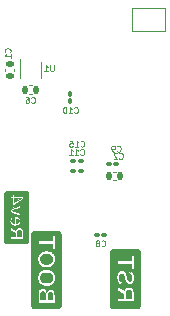
<source format=gbo>
G04 #@! TF.GenerationSoftware,KiCad,Pcbnew,(6.0.5-0)*
G04 #@! TF.CreationDate,2022-11-02T01:33:32-04:00*
G04 #@! TF.ProjectId,rp_ducky,72705f64-7563-46b7-992e-6b696361645f,rev?*
G04 #@! TF.SameCoordinates,Original*
G04 #@! TF.FileFunction,Legend,Bot*
G04 #@! TF.FilePolarity,Positive*
%FSLAX46Y46*%
G04 Gerber Fmt 4.6, Leading zero omitted, Abs format (unit mm)*
G04 Created by KiCad (PCBNEW (6.0.5-0)) date 2022-11-02 01:33:32*
%MOMM*%
%LPD*%
G01*
G04 APERTURE LIST*
G04 Aperture macros list*
%AMRoundRect*
0 Rectangle with rounded corners*
0 $1 Rounding radius*
0 $2 $3 $4 $5 $6 $7 $8 $9 X,Y pos of 4 corners*
0 Add a 4 corners polygon primitive as box body*
4,1,4,$2,$3,$4,$5,$6,$7,$8,$9,$2,$3,0*
0 Add four circle primitives for the rounded corners*
1,1,$1+$1,$2,$3*
1,1,$1+$1,$4,$5*
1,1,$1+$1,$6,$7*
1,1,$1+$1,$8,$9*
0 Add four rect primitives between the rounded corners*
20,1,$1+$1,$2,$3,$4,$5,0*
20,1,$1+$1,$4,$5,$6,$7,0*
20,1,$1+$1,$6,$7,$8,$9,0*
20,1,$1+$1,$8,$9,$2,$3,0*%
%AMFreePoly0*
4,1,6,1.000000,0.000000,0.500000,-0.750000,-0.500000,-0.750000,-0.500000,0.750000,0.500000,0.750000,1.000000,0.000000,1.000000,0.000000,$1*%
%AMFreePoly1*
4,1,6,0.500000,-0.750000,-0.650000,-0.750000,-0.150000,0.000000,-0.650000,0.750000,0.500000,0.750000,0.500000,-0.750000,0.500000,-0.750000,$1*%
G04 Aperture macros list end*
%ADD10C,0.010000*%
%ADD11C,0.008000*%
%ADD12C,0.100000*%
%ADD13C,0.120000*%
%ADD14C,0.711200*%
%ADD15C,2.600000*%
%ADD16RoundRect,0.140000X0.170000X-0.140000X0.170000X0.140000X-0.170000X0.140000X-0.170000X-0.140000X0*%
%ADD17RoundRect,0.100000X0.130000X0.100000X-0.130000X0.100000X-0.130000X-0.100000X0.130000X-0.100000X0*%
%ADD18RoundRect,0.140000X-0.140000X-0.170000X0.140000X-0.170000X0.140000X0.170000X-0.140000X0.170000X0*%
%ADD19FreePoly0,180.000000*%
%ADD20FreePoly1,180.000000*%
%ADD21RoundRect,0.100000X-0.130000X-0.100000X0.130000X-0.100000X0.130000X0.100000X-0.130000X0.100000X0*%
%ADD22R,0.300000X0.450000*%
%ADD23RoundRect,0.100000X0.100000X-0.130000X0.100000X0.130000X-0.100000X0.130000X-0.100000X-0.130000X0*%
%ADD24RoundRect,0.140000X0.140000X0.170000X-0.140000X0.170000X-0.140000X-0.170000X0.140000X-0.170000X0*%
G04 APERTURE END LIST*
D10*
G36*
X82627258Y-66661220D02*
G01*
X82589128Y-66652060D01*
X82552878Y-66637050D01*
X82519428Y-66616540D01*
X82489598Y-66591070D01*
X82464128Y-66561240D01*
X82443618Y-66527790D01*
X82428608Y-66491540D01*
X82419448Y-66453410D01*
X82416368Y-66414300D01*
X82416368Y-66213450D01*
X82966066Y-66213450D01*
X84399263Y-66213450D01*
X84399263Y-65557370D01*
X84396745Y-65473430D01*
X84389146Y-65396580D01*
X84376512Y-65326840D01*
X84358797Y-65264180D01*
X84336046Y-65208630D01*
X84308214Y-65160150D01*
X84275453Y-65118970D01*
X84237871Y-65085270D01*
X84195436Y-65059060D01*
X84148180Y-65040350D01*
X84096101Y-65029120D01*
X84039171Y-65025370D01*
X83999559Y-65027250D01*
X83962038Y-65032890D01*
X83926652Y-65042290D01*
X83893388Y-65055440D01*
X83862230Y-65072350D01*
X83833192Y-65093030D01*
X83806734Y-65117530D01*
X83783296Y-65145970D01*
X83762895Y-65178340D01*
X83745500Y-65214620D01*
X83731126Y-65254850D01*
X83719789Y-65298990D01*
X83711092Y-65243310D01*
X83698595Y-65192240D01*
X83689271Y-65165685D01*
X83682283Y-65145780D01*
X83662157Y-65103920D01*
X83638216Y-65066660D01*
X83610445Y-65034020D01*
X83579179Y-65006200D01*
X83544725Y-64983440D01*
X83507082Y-64965740D01*
X83466249Y-64953090D01*
X83422212Y-64945500D01*
X83374971Y-64942970D01*
X83312334Y-64947050D01*
X83254610Y-64959250D01*
X83201799Y-64979590D01*
X83153902Y-65008080D01*
X83110933Y-65044700D01*
X83072862Y-65089460D01*
X83040224Y-65141440D01*
X83013536Y-65199760D01*
X82992769Y-65264410D01*
X82977937Y-65335380D01*
X82969026Y-65412700D01*
X82966066Y-65496330D01*
X82966066Y-66213450D01*
X82416368Y-66213450D01*
X82416368Y-64076913D01*
X82945726Y-64076913D01*
X82951250Y-64185433D01*
X82967821Y-64285836D01*
X82995439Y-64378121D01*
X83034105Y-64462320D01*
X83083818Y-64538380D01*
X83144578Y-64606360D01*
X83214952Y-64664960D01*
X83293489Y-64712880D01*
X83380189Y-64750180D01*
X83475053Y-64776800D01*
X83578081Y-64792780D01*
X83689271Y-64798100D01*
X83800004Y-64792790D01*
X83902315Y-64776860D01*
X83996202Y-64750300D01*
X84081666Y-64713110D01*
X84158723Y-64665310D01*
X84227357Y-64606870D01*
X84286409Y-64538980D01*
X84334733Y-64462760D01*
X84372316Y-64378259D01*
X84399156Y-64285440D01*
X84415254Y-64184320D01*
X84420625Y-64074883D01*
X84415208Y-63965432D01*
X84398927Y-63864266D01*
X84371797Y-63771386D01*
X84333833Y-63686776D01*
X84285005Y-63610452D01*
X84225328Y-63542398D01*
X84156190Y-63483804D01*
X84078966Y-63435876D01*
X83993669Y-63398599D01*
X83900285Y-63371972D01*
X83798814Y-63355996D01*
X83689271Y-63350671D01*
X83616197Y-63353128D01*
X83546083Y-63360498D01*
X83478975Y-63372796D01*
X83414873Y-63389993D01*
X83353746Y-63412118D01*
X83295625Y-63439157D01*
X83241228Y-63470758D01*
X83191255Y-63506616D01*
X83145723Y-63546716D01*
X83104631Y-63591043D01*
X83067964Y-63639611D01*
X83035738Y-63692422D01*
X83008241Y-63748879D01*
X82985734Y-63808373D01*
X82968233Y-63870935D01*
X82955720Y-63936547D01*
X82948228Y-64005212D01*
X82945726Y-64076913D01*
X82416368Y-64076913D01*
X82416368Y-62494439D01*
X82945726Y-62494439D01*
X82951250Y-62602944D01*
X82967821Y-62703347D01*
X82995439Y-62795648D01*
X83034105Y-62879830D01*
X83083818Y-62955911D01*
X83144578Y-63023873D01*
X83214952Y-63082467D01*
X83293489Y-63130395D01*
X83380189Y-63167687D01*
X83475053Y-63194314D01*
X83578081Y-63210290D01*
X83689271Y-63215615D01*
X83800004Y-63210305D01*
X83902315Y-63194375D01*
X83996202Y-63167810D01*
X84081666Y-63130624D01*
X84158723Y-63082818D01*
X84227357Y-63024392D01*
X84286409Y-62956491D01*
X84334733Y-62880288D01*
X84372316Y-62795770D01*
X84399156Y-62702951D01*
X84415254Y-62601831D01*
X84420625Y-62492394D01*
X84415208Y-62382940D01*
X84398927Y-62281780D01*
X84371797Y-62188900D01*
X84333833Y-62104290D01*
X84285005Y-62027960D01*
X84225328Y-61959910D01*
X84167360Y-61910777D01*
X84156190Y-61901310D01*
X84078966Y-61853390D01*
X83993669Y-61816090D01*
X83900285Y-61789470D01*
X83798814Y-61773490D01*
X83689271Y-61768170D01*
X83616197Y-61770620D01*
X83546083Y-61777990D01*
X83478975Y-61790290D01*
X83414873Y-61807500D01*
X83353746Y-61829630D01*
X83295625Y-61856670D01*
X83241228Y-61888280D01*
X83191255Y-61924130D01*
X83145723Y-61964230D01*
X83104631Y-62008550D01*
X83067964Y-62057140D01*
X83035738Y-62109930D01*
X83008241Y-62166390D01*
X82985734Y-62225900D01*
X82968233Y-62288450D01*
X82955720Y-62354060D01*
X82948228Y-62422723D01*
X82945726Y-62494439D01*
X82416368Y-62494439D01*
X82416368Y-61232350D01*
X82966066Y-61232350D01*
X84167360Y-61232350D01*
X84167360Y-61695150D01*
X84399263Y-61695150D01*
X84399263Y-60468440D01*
X84167360Y-60468440D01*
X84167360Y-60932270D01*
X82966066Y-60932270D01*
X82966066Y-61232350D01*
X82416368Y-61232350D01*
X82416368Y-60414300D01*
X82419448Y-60375190D01*
X82428608Y-60337060D01*
X82443618Y-60300810D01*
X82464128Y-60267360D01*
X82489598Y-60237530D01*
X82519428Y-60212060D01*
X82552878Y-60191550D01*
X82589128Y-60176540D01*
X82627258Y-60167380D01*
X82666368Y-60164300D01*
X84666368Y-60164300D01*
X84705478Y-60167380D01*
X84743608Y-60176540D01*
X84779858Y-60191550D01*
X84813308Y-60212060D01*
X84843138Y-60237530D01*
X84868608Y-60267360D01*
X84889118Y-60300810D01*
X84904128Y-60337060D01*
X84913288Y-60375190D01*
X84916368Y-60414300D01*
X84916368Y-66414300D01*
X84913288Y-66453410D01*
X84904128Y-66491540D01*
X84889118Y-66527790D01*
X84868608Y-66561240D01*
X84843138Y-66591070D01*
X84813308Y-66616540D01*
X84779858Y-66637050D01*
X84743608Y-66652060D01*
X84705478Y-66661220D01*
X84666368Y-66664300D01*
X82666368Y-66664300D01*
X82627258Y-66661220D01*
G37*
X82627258Y-66661220D02*
X82589128Y-66652060D01*
X82552878Y-66637050D01*
X82519428Y-66616540D01*
X82489598Y-66591070D01*
X82464128Y-66561240D01*
X82443618Y-66527790D01*
X82428608Y-66491540D01*
X82419448Y-66453410D01*
X82416368Y-66414300D01*
X82416368Y-66213450D01*
X82966066Y-66213450D01*
X84399263Y-66213450D01*
X84399263Y-65557370D01*
X84396745Y-65473430D01*
X84389146Y-65396580D01*
X84376512Y-65326840D01*
X84358797Y-65264180D01*
X84336046Y-65208630D01*
X84308214Y-65160150D01*
X84275453Y-65118970D01*
X84237871Y-65085270D01*
X84195436Y-65059060D01*
X84148180Y-65040350D01*
X84096101Y-65029120D01*
X84039171Y-65025370D01*
X83999559Y-65027250D01*
X83962038Y-65032890D01*
X83926652Y-65042290D01*
X83893388Y-65055440D01*
X83862230Y-65072350D01*
X83833192Y-65093030D01*
X83806734Y-65117530D01*
X83783296Y-65145970D01*
X83762895Y-65178340D01*
X83745500Y-65214620D01*
X83731126Y-65254850D01*
X83719789Y-65298990D01*
X83711092Y-65243310D01*
X83698595Y-65192240D01*
X83689271Y-65165685D01*
X83682283Y-65145780D01*
X83662157Y-65103920D01*
X83638216Y-65066660D01*
X83610445Y-65034020D01*
X83579179Y-65006200D01*
X83544725Y-64983440D01*
X83507082Y-64965740D01*
X83466249Y-64953090D01*
X83422212Y-64945500D01*
X83374971Y-64942970D01*
X83312334Y-64947050D01*
X83254610Y-64959250D01*
X83201799Y-64979590D01*
X83153902Y-65008080D01*
X83110933Y-65044700D01*
X83072862Y-65089460D01*
X83040224Y-65141440D01*
X83013536Y-65199760D01*
X82992769Y-65264410D01*
X82977937Y-65335380D01*
X82969026Y-65412700D01*
X82966066Y-65496330D01*
X82966066Y-66213450D01*
X82416368Y-66213450D01*
X82416368Y-64076913D01*
X82945726Y-64076913D01*
X82951250Y-64185433D01*
X82967821Y-64285836D01*
X82995439Y-64378121D01*
X83034105Y-64462320D01*
X83083818Y-64538380D01*
X83144578Y-64606360D01*
X83214952Y-64664960D01*
X83293489Y-64712880D01*
X83380189Y-64750180D01*
X83475053Y-64776800D01*
X83578081Y-64792780D01*
X83689271Y-64798100D01*
X83800004Y-64792790D01*
X83902315Y-64776860D01*
X83996202Y-64750300D01*
X84081666Y-64713110D01*
X84158723Y-64665310D01*
X84227357Y-64606870D01*
X84286409Y-64538980D01*
X84334733Y-64462760D01*
X84372316Y-64378259D01*
X84399156Y-64285440D01*
X84415254Y-64184320D01*
X84420625Y-64074883D01*
X84415208Y-63965432D01*
X84398927Y-63864266D01*
X84371797Y-63771386D01*
X84333833Y-63686776D01*
X84285005Y-63610452D01*
X84225328Y-63542398D01*
X84156190Y-63483804D01*
X84078966Y-63435876D01*
X83993669Y-63398599D01*
X83900285Y-63371972D01*
X83798814Y-63355996D01*
X83689271Y-63350671D01*
X83616197Y-63353128D01*
X83546083Y-63360498D01*
X83478975Y-63372796D01*
X83414873Y-63389993D01*
X83353746Y-63412118D01*
X83295625Y-63439157D01*
X83241228Y-63470758D01*
X83191255Y-63506616D01*
X83145723Y-63546716D01*
X83104631Y-63591043D01*
X83067964Y-63639611D01*
X83035738Y-63692422D01*
X83008241Y-63748879D01*
X82985734Y-63808373D01*
X82968233Y-63870935D01*
X82955720Y-63936547D01*
X82948228Y-64005212D01*
X82945726Y-64076913D01*
X82416368Y-64076913D01*
X82416368Y-62494439D01*
X82945726Y-62494439D01*
X82951250Y-62602944D01*
X82967821Y-62703347D01*
X82995439Y-62795648D01*
X83034105Y-62879830D01*
X83083818Y-62955911D01*
X83144578Y-63023873D01*
X83214952Y-63082467D01*
X83293489Y-63130395D01*
X83380189Y-63167687D01*
X83475053Y-63194314D01*
X83578081Y-63210290D01*
X83689271Y-63215615D01*
X83800004Y-63210305D01*
X83902315Y-63194375D01*
X83996202Y-63167810D01*
X84081666Y-63130624D01*
X84158723Y-63082818D01*
X84227357Y-63024392D01*
X84286409Y-62956491D01*
X84334733Y-62880288D01*
X84372316Y-62795770D01*
X84399156Y-62702951D01*
X84415254Y-62601831D01*
X84420625Y-62492394D01*
X84415208Y-62382940D01*
X84398927Y-62281780D01*
X84371797Y-62188900D01*
X84333833Y-62104290D01*
X84285005Y-62027960D01*
X84225328Y-61959910D01*
X84167360Y-61910777D01*
X84156190Y-61901310D01*
X84078966Y-61853390D01*
X83993669Y-61816090D01*
X83900285Y-61789470D01*
X83798814Y-61773490D01*
X83689271Y-61768170D01*
X83616197Y-61770620D01*
X83546083Y-61777990D01*
X83478975Y-61790290D01*
X83414873Y-61807500D01*
X83353746Y-61829630D01*
X83295625Y-61856670D01*
X83241228Y-61888280D01*
X83191255Y-61924130D01*
X83145723Y-61964230D01*
X83104631Y-62008550D01*
X83067964Y-62057140D01*
X83035738Y-62109930D01*
X83008241Y-62166390D01*
X82985734Y-62225900D01*
X82968233Y-62288450D01*
X82955720Y-62354060D01*
X82948228Y-62422723D01*
X82945726Y-62494439D01*
X82416368Y-62494439D01*
X82416368Y-61232350D01*
X82966066Y-61232350D01*
X84167360Y-61232350D01*
X84167360Y-61695150D01*
X84399263Y-61695150D01*
X84399263Y-60468440D01*
X84167360Y-60468440D01*
X84167360Y-60932270D01*
X82966066Y-60932270D01*
X82966066Y-61232350D01*
X82416368Y-61232350D01*
X82416368Y-60414300D01*
X82419448Y-60375190D01*
X82428608Y-60337060D01*
X82443618Y-60300810D01*
X82464128Y-60267360D01*
X82489598Y-60237530D01*
X82519428Y-60212060D01*
X82552878Y-60191550D01*
X82589128Y-60176540D01*
X82627258Y-60167380D01*
X82666368Y-60164300D01*
X84666368Y-60164300D01*
X84705478Y-60167380D01*
X84743608Y-60176540D01*
X84779858Y-60191550D01*
X84813308Y-60212060D01*
X84843138Y-60237530D01*
X84868608Y-60267360D01*
X84889118Y-60300810D01*
X84904128Y-60337060D01*
X84913288Y-60375190D01*
X84916368Y-60414300D01*
X84916368Y-66414300D01*
X84913288Y-66453410D01*
X84904128Y-66491540D01*
X84889118Y-66527790D01*
X84868608Y-66561240D01*
X84843138Y-66591070D01*
X84813308Y-66616540D01*
X84779858Y-66637050D01*
X84743608Y-66652060D01*
X84705478Y-66661220D01*
X84666368Y-66664300D01*
X82666368Y-66664300D01*
X82627258Y-66661220D01*
D11*
G36*
X81171936Y-59094756D02*
G01*
X81203027Y-59100114D01*
X81231165Y-59107598D01*
X81256335Y-59117205D01*
X81278540Y-59128935D01*
X81297790Y-59142790D01*
X81314074Y-59158562D01*
X81327405Y-59176067D01*
X81337769Y-59195269D01*
X81345166Y-59216204D01*
X81349610Y-59238860D01*
X81351098Y-59263225D01*
X81349536Y-59289043D01*
X81344849Y-59312810D01*
X81337048Y-59334526D01*
X81326135Y-59354180D01*
X81312097Y-59371770D01*
X81294934Y-59387322D01*
X81274975Y-59400689D01*
X81252527Y-59411773D01*
X81227600Y-59420586D01*
X81200183Y-59427105D01*
X81170276Y-59431340D01*
X81137903Y-59433306D01*
X81137903Y-59091521D01*
X81171936Y-59094756D01*
G37*
X81171936Y-59094756D02*
X81203027Y-59100114D01*
X81231165Y-59107598D01*
X81256335Y-59117205D01*
X81278540Y-59128935D01*
X81297790Y-59142790D01*
X81314074Y-59158562D01*
X81327405Y-59176067D01*
X81337769Y-59195269D01*
X81345166Y-59216204D01*
X81349610Y-59238860D01*
X81351098Y-59263225D01*
X81349536Y-59289043D01*
X81344849Y-59312810D01*
X81337048Y-59334526D01*
X81326135Y-59354180D01*
X81312097Y-59371770D01*
X81294934Y-59387322D01*
X81274975Y-59400689D01*
X81252527Y-59411773D01*
X81227600Y-59420586D01*
X81200183Y-59427105D01*
X81170276Y-59431340D01*
X81137903Y-59433306D01*
X81137903Y-59091521D01*
X81171936Y-59094756D01*
D10*
G36*
X84029161Y-65329190D02*
G01*
X84056703Y-65334310D01*
X84081148Y-65342860D01*
X84102464Y-65354820D01*
X84120698Y-65370220D01*
X84135805Y-65389020D01*
X84148241Y-65411190D01*
X84158418Y-65436650D01*
X84166322Y-65465430D01*
X84171983Y-65497510D01*
X84175371Y-65532910D01*
X84176500Y-65571600D01*
X84176500Y-65913370D01*
X83821504Y-65913370D01*
X83821504Y-65569560D01*
X83822725Y-65529110D01*
X83826417Y-65492550D01*
X83832567Y-65459830D01*
X83841157Y-65431010D01*
X83852220Y-65406040D01*
X83865755Y-65384960D01*
X83881731Y-65367390D01*
X83900163Y-65353020D01*
X83921068Y-65341840D01*
X83944414Y-65333860D01*
X83970232Y-65329060D01*
X83998491Y-65327480D01*
X84029161Y-65329190D01*
G37*
X84029161Y-65329190D02*
X84056703Y-65334310D01*
X84081148Y-65342860D01*
X84102464Y-65354820D01*
X84120698Y-65370220D01*
X84135805Y-65389020D01*
X84148241Y-65411190D01*
X84158418Y-65436650D01*
X84166322Y-65465430D01*
X84171983Y-65497510D01*
X84175371Y-65532910D01*
X84176500Y-65571600D01*
X84176500Y-65913370D01*
X83821504Y-65913370D01*
X83821504Y-65569560D01*
X83822725Y-65529110D01*
X83826417Y-65492550D01*
X83832567Y-65459830D01*
X83841157Y-65431010D01*
X83852220Y-65406040D01*
X83865755Y-65384960D01*
X83881731Y-65367390D01*
X83900163Y-65353020D01*
X83921068Y-65341840D01*
X83944414Y-65333860D01*
X83970232Y-65329060D01*
X83998491Y-65327480D01*
X84029161Y-65329190D01*
G36*
X90716567Y-65143461D02*
G01*
X90768188Y-65165494D01*
X90808349Y-65202240D01*
X90837020Y-65253660D01*
X90854232Y-65319780D01*
X90859969Y-65400590D01*
X90859969Y-65785080D01*
X90436813Y-65785080D01*
X90436813Y-65392440D01*
X90438400Y-65352090D01*
X90443145Y-65315140D01*
X90451049Y-65281570D01*
X90462127Y-65251400D01*
X90476364Y-65224610D01*
X90493774Y-65201220D01*
X90514037Y-65181318D01*
X90536834Y-65165052D01*
X90562179Y-65152387D01*
X90590072Y-65143354D01*
X90620498Y-65137922D01*
X90653472Y-65136121D01*
X90716567Y-65143461D01*
G37*
X90716567Y-65143461D02*
X90768188Y-65165494D01*
X90808349Y-65202240D01*
X90837020Y-65253660D01*
X90854232Y-65319780D01*
X90859969Y-65400590D01*
X90859969Y-65785080D01*
X90436813Y-65785080D01*
X90436813Y-65392440D01*
X90438400Y-65352090D01*
X90443145Y-65315140D01*
X90451049Y-65281570D01*
X90462127Y-65251400D01*
X90476364Y-65224610D01*
X90493774Y-65201220D01*
X90514037Y-65181318D01*
X90536834Y-65165052D01*
X90562179Y-65152387D01*
X90590072Y-65143354D01*
X90620498Y-65137922D01*
X90653472Y-65136121D01*
X90716567Y-65143461D01*
D11*
G36*
X81443884Y-60050648D02*
G01*
X81485181Y-60068280D01*
X81517298Y-60097664D01*
X81540246Y-60138808D01*
X81554004Y-60191704D01*
X81558594Y-60256344D01*
X81558594Y-60563944D01*
X81220081Y-60563944D01*
X81220081Y-60249832D01*
X81221338Y-60217560D01*
X81225134Y-60187992D01*
X81231470Y-60161136D01*
X81240332Y-60136992D01*
X81251721Y-60115568D01*
X81265638Y-60096856D01*
X81281848Y-60080936D01*
X81300098Y-60067928D01*
X81320374Y-60057792D01*
X81342676Y-60050568D01*
X81367029Y-60046224D01*
X81393408Y-60044784D01*
X81443884Y-60050648D01*
G37*
X81443884Y-60050648D02*
X81485181Y-60068280D01*
X81517298Y-60097664D01*
X81540246Y-60138808D01*
X81554004Y-60191704D01*
X81558594Y-60256344D01*
X81558594Y-60563944D01*
X81220081Y-60563944D01*
X81220081Y-60249832D01*
X81221338Y-60217560D01*
X81225134Y-60187992D01*
X81231470Y-60161136D01*
X81240332Y-60136992D01*
X81251721Y-60115568D01*
X81265638Y-60096856D01*
X81281848Y-60080936D01*
X81300098Y-60067928D01*
X81320374Y-60057792D01*
X81342676Y-60050568D01*
X81367029Y-60046224D01*
X81393408Y-60044784D01*
X81443884Y-60050648D01*
G36*
X80318712Y-61167536D02*
G01*
X80288208Y-61160208D01*
X80259208Y-61148200D01*
X80232448Y-61131792D01*
X80208584Y-61111416D01*
X80188208Y-61087552D01*
X80171800Y-61060792D01*
X80159792Y-61031792D01*
X80152464Y-61001288D01*
X80150000Y-60970000D01*
X80150000Y-59746123D01*
X80598377Y-59746123D01*
X80598377Y-60016288D01*
X81033740Y-60282392D01*
X81033740Y-60563944D01*
X80598377Y-60563944D01*
X80598377Y-60804000D01*
X81744946Y-60804000D01*
X81744946Y-60231120D01*
X81742493Y-60165360D01*
X81735132Y-60104816D01*
X81722876Y-60049456D01*
X81705701Y-59999296D01*
X81683630Y-59954336D01*
X81656653Y-59914584D01*
X81625086Y-59880512D01*
X81589246Y-59852632D01*
X81549134Y-59830952D01*
X81504761Y-59815472D01*
X81456103Y-59806184D01*
X81403174Y-59803080D01*
X81363941Y-59804984D01*
X81326538Y-59810672D01*
X81290966Y-59820168D01*
X81257226Y-59833464D01*
X81225330Y-59850552D01*
X81195251Y-59871440D01*
X81167749Y-59895560D01*
X81143591Y-59922344D01*
X81122742Y-59951800D01*
X81105212Y-59983920D01*
X81091003Y-60018704D01*
X81080127Y-60056160D01*
X81042688Y-60032066D01*
X80598377Y-59746123D01*
X80150000Y-59746123D01*
X80150000Y-59263225D01*
X80582105Y-59263225D01*
X80585376Y-59326848D01*
X80595178Y-59385381D01*
X80611511Y-59438786D01*
X80634375Y-59487090D01*
X80663770Y-59530290D01*
X80699695Y-59568389D01*
X80741882Y-59600957D01*
X80790063Y-59627605D01*
X80844238Y-59648333D01*
X80904406Y-59663140D01*
X80970557Y-59672014D01*
X81042688Y-59674981D01*
X81112585Y-59671978D01*
X81176855Y-59662957D01*
X81235534Y-59647918D01*
X81288611Y-59626873D01*
X81336072Y-59599822D01*
X81377942Y-59566753D01*
X81413745Y-59528167D01*
X81443042Y-59484563D01*
X81465820Y-59435942D01*
X81482092Y-59382305D01*
X81491858Y-59323650D01*
X81495117Y-59259966D01*
X81491626Y-59199260D01*
X81481152Y-59143510D01*
X81478846Y-59136807D01*
X81463684Y-59092742D01*
X81439246Y-59046941D01*
X81407813Y-59006121D01*
X81369397Y-58970269D01*
X81324243Y-58939702D01*
X81272607Y-58914678D01*
X81214478Y-58895208D01*
X81149878Y-58881304D01*
X81078772Y-58872966D01*
X81001184Y-58870183D01*
X80994678Y-58870183D01*
X80994678Y-59434917D01*
X80953577Y-59433598D01*
X80915966Y-59429631D01*
X80881873Y-59423015D01*
X80851270Y-59413762D01*
X80824182Y-59401860D01*
X80800598Y-59387322D01*
X80780578Y-59370330D01*
X80764209Y-59351103D01*
X80751477Y-59329643D01*
X80742370Y-59305938D01*
X80736914Y-59279998D01*
X80735095Y-59251824D01*
X80738013Y-59213897D01*
X80746765Y-59180938D01*
X80761340Y-59152959D01*
X80781750Y-59129949D01*
X80807983Y-59111906D01*
X80840063Y-59098846D01*
X80821350Y-58883208D01*
X80748254Y-58919756D01*
X80688440Y-58967034D01*
X80641919Y-59024993D01*
X80608691Y-59093694D01*
X80588758Y-59173101D01*
X80582105Y-59263225D01*
X80150000Y-59263225D01*
X80150000Y-58513470D01*
X80598377Y-58513470D01*
X81478846Y-58828386D01*
X81478846Y-58586699D01*
X80986548Y-58432915D01*
X80969592Y-58427910D01*
X80945850Y-58421062D01*
X80915332Y-58412358D01*
X80878039Y-58401799D01*
X80833960Y-58389397D01*
X80783094Y-58375127D01*
X80795618Y-58371941D01*
X80810950Y-58367815D01*
X80829077Y-58362725D01*
X80850012Y-58356694D01*
X80873742Y-58349712D01*
X80900281Y-58341778D01*
X80939636Y-58329558D01*
X81001819Y-58309758D01*
X81086829Y-58282366D01*
X81194666Y-58247368D01*
X81325342Y-58204790D01*
X81478846Y-58154608D01*
X81478846Y-57915360D01*
X80831922Y-58153921D01*
X80598377Y-58240044D01*
X80598377Y-58513470D01*
X80150000Y-58513470D01*
X80150000Y-57382864D01*
X80598377Y-57382864D01*
X80831922Y-57382864D01*
X80831922Y-57904488D01*
X81003638Y-57904488D01*
X81744946Y-57420296D01*
X81744946Y-57164776D01*
X81002002Y-57164776D01*
X81002002Y-57011800D01*
X80831922Y-57011800D01*
X80831922Y-57164776D01*
X80598377Y-57164776D01*
X80598377Y-57382864D01*
X80150000Y-57382864D01*
X80150000Y-56970000D01*
X80152464Y-56938712D01*
X80159792Y-56908208D01*
X80171800Y-56879208D01*
X80188208Y-56852448D01*
X80208584Y-56828584D01*
X80232448Y-56808208D01*
X80259208Y-56791800D01*
X80288208Y-56779792D01*
X80318712Y-56772464D01*
X80350000Y-56770000D01*
X81950000Y-56770000D01*
X81981288Y-56772464D01*
X82011792Y-56779792D01*
X82040792Y-56791800D01*
X82067552Y-56808208D01*
X82091416Y-56828584D01*
X82111792Y-56852448D01*
X82128200Y-56879208D01*
X82140208Y-56908208D01*
X82147536Y-56938712D01*
X82150000Y-56970000D01*
X82150000Y-60970000D01*
X82147536Y-61001288D01*
X82140208Y-61031792D01*
X82128200Y-61060792D01*
X82111792Y-61087552D01*
X82091416Y-61111416D01*
X82067552Y-61131792D01*
X82040792Y-61148200D01*
X82011792Y-61160208D01*
X81981288Y-61167536D01*
X81950000Y-61170000D01*
X80350000Y-61170000D01*
X80318712Y-61167536D01*
G37*
X80318712Y-61167536D02*
X80288208Y-61160208D01*
X80259208Y-61148200D01*
X80232448Y-61131792D01*
X80208584Y-61111416D01*
X80188208Y-61087552D01*
X80171800Y-61060792D01*
X80159792Y-61031792D01*
X80152464Y-61001288D01*
X80150000Y-60970000D01*
X80150000Y-59746123D01*
X80598377Y-59746123D01*
X80598377Y-60016288D01*
X81033740Y-60282392D01*
X81033740Y-60563944D01*
X80598377Y-60563944D01*
X80598377Y-60804000D01*
X81744946Y-60804000D01*
X81744946Y-60231120D01*
X81742493Y-60165360D01*
X81735132Y-60104816D01*
X81722876Y-60049456D01*
X81705701Y-59999296D01*
X81683630Y-59954336D01*
X81656653Y-59914584D01*
X81625086Y-59880512D01*
X81589246Y-59852632D01*
X81549134Y-59830952D01*
X81504761Y-59815472D01*
X81456103Y-59806184D01*
X81403174Y-59803080D01*
X81363941Y-59804984D01*
X81326538Y-59810672D01*
X81290966Y-59820168D01*
X81257226Y-59833464D01*
X81225330Y-59850552D01*
X81195251Y-59871440D01*
X81167749Y-59895560D01*
X81143591Y-59922344D01*
X81122742Y-59951800D01*
X81105212Y-59983920D01*
X81091003Y-60018704D01*
X81080127Y-60056160D01*
X81042688Y-60032066D01*
X80598377Y-59746123D01*
X80150000Y-59746123D01*
X80150000Y-59263225D01*
X80582105Y-59263225D01*
X80585376Y-59326848D01*
X80595178Y-59385381D01*
X80611511Y-59438786D01*
X80634375Y-59487090D01*
X80663770Y-59530290D01*
X80699695Y-59568389D01*
X80741882Y-59600957D01*
X80790063Y-59627605D01*
X80844238Y-59648333D01*
X80904406Y-59663140D01*
X80970557Y-59672014D01*
X81042688Y-59674981D01*
X81112585Y-59671978D01*
X81176855Y-59662957D01*
X81235534Y-59647918D01*
X81288611Y-59626873D01*
X81336072Y-59599822D01*
X81377942Y-59566753D01*
X81413745Y-59528167D01*
X81443042Y-59484563D01*
X81465820Y-59435942D01*
X81482092Y-59382305D01*
X81491858Y-59323650D01*
X81495117Y-59259966D01*
X81491626Y-59199260D01*
X81481152Y-59143510D01*
X81478846Y-59136807D01*
X81463684Y-59092742D01*
X81439246Y-59046941D01*
X81407813Y-59006121D01*
X81369397Y-58970269D01*
X81324243Y-58939702D01*
X81272607Y-58914678D01*
X81214478Y-58895208D01*
X81149878Y-58881304D01*
X81078772Y-58872966D01*
X81001184Y-58870183D01*
X80994678Y-58870183D01*
X80994678Y-59434917D01*
X80953577Y-59433598D01*
X80915966Y-59429631D01*
X80881873Y-59423015D01*
X80851270Y-59413762D01*
X80824182Y-59401860D01*
X80800598Y-59387322D01*
X80780578Y-59370330D01*
X80764209Y-59351103D01*
X80751477Y-59329643D01*
X80742370Y-59305938D01*
X80736914Y-59279998D01*
X80735095Y-59251824D01*
X80738013Y-59213897D01*
X80746765Y-59180938D01*
X80761340Y-59152959D01*
X80781750Y-59129949D01*
X80807983Y-59111906D01*
X80840063Y-59098846D01*
X80821350Y-58883208D01*
X80748254Y-58919756D01*
X80688440Y-58967034D01*
X80641919Y-59024993D01*
X80608691Y-59093694D01*
X80588758Y-59173101D01*
X80582105Y-59263225D01*
X80150000Y-59263225D01*
X80150000Y-58513470D01*
X80598377Y-58513470D01*
X81478846Y-58828386D01*
X81478846Y-58586699D01*
X80986548Y-58432915D01*
X80969592Y-58427910D01*
X80945850Y-58421062D01*
X80915332Y-58412358D01*
X80878039Y-58401799D01*
X80833960Y-58389397D01*
X80783094Y-58375127D01*
X80795618Y-58371941D01*
X80810950Y-58367815D01*
X80829077Y-58362725D01*
X80850012Y-58356694D01*
X80873742Y-58349712D01*
X80900281Y-58341778D01*
X80939636Y-58329558D01*
X81001819Y-58309758D01*
X81086829Y-58282366D01*
X81194666Y-58247368D01*
X81325342Y-58204790D01*
X81478846Y-58154608D01*
X81478846Y-57915360D01*
X80831922Y-58153921D01*
X80598377Y-58240044D01*
X80598377Y-58513470D01*
X80150000Y-58513470D01*
X80150000Y-57382864D01*
X80598377Y-57382864D01*
X80831922Y-57382864D01*
X80831922Y-57904488D01*
X81003638Y-57904488D01*
X81744946Y-57420296D01*
X81744946Y-57164776D01*
X81002002Y-57164776D01*
X81002002Y-57011800D01*
X80831922Y-57011800D01*
X80831922Y-57164776D01*
X80598377Y-57164776D01*
X80598377Y-57382864D01*
X80150000Y-57382864D01*
X80150000Y-56970000D01*
X80152464Y-56938712D01*
X80159792Y-56908208D01*
X80171800Y-56879208D01*
X80188208Y-56852448D01*
X80208584Y-56828584D01*
X80232448Y-56808208D01*
X80259208Y-56791800D01*
X80288208Y-56779792D01*
X80318712Y-56772464D01*
X80350000Y-56770000D01*
X81950000Y-56770000D01*
X81981288Y-56772464D01*
X82011792Y-56779792D01*
X82040792Y-56791800D01*
X82067552Y-56808208D01*
X82091416Y-56828584D01*
X82111792Y-56852448D01*
X82128200Y-56879208D01*
X82140208Y-56908208D01*
X82147536Y-56938712D01*
X82150000Y-56970000D01*
X82150000Y-60970000D01*
X82147536Y-61001288D01*
X82140208Y-61031792D01*
X82128200Y-61060792D01*
X82111792Y-61087552D01*
X82091416Y-61111416D01*
X82067552Y-61131792D01*
X82040792Y-61148200D01*
X82011792Y-61160208D01*
X81981288Y-61167536D01*
X81950000Y-61170000D01*
X80350000Y-61170000D01*
X80318712Y-61167536D01*
D10*
G36*
X89320890Y-66686920D02*
G01*
X89282760Y-66677760D01*
X89246510Y-66662750D01*
X89213060Y-66642240D01*
X89183230Y-66616770D01*
X89157760Y-66586940D01*
X89137250Y-66553490D01*
X89122240Y-66517240D01*
X89113080Y-66479110D01*
X89110000Y-66440000D01*
X89110000Y-64762800D01*
X89659698Y-64762800D01*
X89659698Y-65100507D01*
X90203903Y-65433130D01*
X90203903Y-65785080D01*
X89659698Y-65785080D01*
X89659698Y-66085140D01*
X91092895Y-66085140D01*
X91092895Y-65369050D01*
X91089828Y-65286850D01*
X91080642Y-65211160D01*
X91065307Y-65141965D01*
X91043853Y-65079267D01*
X91016250Y-65023069D01*
X90982528Y-64973371D01*
X90943069Y-64930784D01*
X90898284Y-64895933D01*
X90848144Y-64868833D01*
X90792663Y-64849485D01*
X90731841Y-64837873D01*
X90665679Y-64833997D01*
X90616638Y-64836378D01*
X90569900Y-64843488D01*
X90525436Y-64855359D01*
X90483260Y-64871976D01*
X90443374Y-64893339D01*
X90405776Y-64919462D01*
X90371414Y-64949598D01*
X90341216Y-64983076D01*
X90315139Y-65019895D01*
X90293228Y-65060041D01*
X90275482Y-65103528D01*
X90261871Y-65150342D01*
X90033004Y-65003049D01*
X89659698Y-64762800D01*
X89110000Y-64762800D01*
X89110000Y-64061536D01*
X89639358Y-64061536D01*
X89642074Y-64150114D01*
X89650207Y-64232068D01*
X89663772Y-64307432D01*
X89682754Y-64376172D01*
X89707168Y-64438306D01*
X89736999Y-64493833D01*
X89772354Y-64542936D01*
X89813293Y-64585828D01*
X89859832Y-64622495D01*
X89911956Y-64652967D01*
X89969680Y-64677198D01*
X90033004Y-64695234D01*
X90080810Y-64405332D01*
X90044570Y-64393949D01*
X90011810Y-64379453D01*
X89982513Y-64361844D01*
X89956710Y-64341138D01*
X89934371Y-64317319D01*
X89915511Y-64290403D01*
X89899810Y-64260068D01*
X89886978Y-64226087D01*
X89876983Y-64188428D01*
X89869857Y-64147092D01*
X89865569Y-64102079D01*
X89864150Y-64053403D01*
X89869460Y-63957365D01*
X89885391Y-63878782D01*
X89911956Y-63817670D01*
X89949142Y-63774015D01*
X89996948Y-63747816D01*
X90055374Y-63739088D01*
X90075134Y-63740095D01*
X90093688Y-63743101D01*
X90111068Y-63748121D01*
X90127258Y-63755140D01*
X90142257Y-63764173D01*
X90156082Y-63775205D01*
X90168929Y-63788068D01*
X90181060Y-63802549D01*
X90192443Y-63818693D01*
X90203094Y-63836454D01*
X90213012Y-63855878D01*
X90222198Y-63876920D01*
X90231323Y-63902143D01*
X90241073Y-63934049D01*
X90251449Y-63972669D01*
X90262435Y-64017972D01*
X90274047Y-64069974D01*
X90286285Y-64128660D01*
X90298431Y-64179532D01*
X90309738Y-64224958D01*
X90320236Y-64264966D01*
X90329910Y-64299558D01*
X90338760Y-64328718D01*
X90346801Y-64352445D01*
X90354659Y-64373136D01*
X90362945Y-64393140D01*
X90371703Y-64412458D01*
X90380920Y-64431104D01*
X90390579Y-64449079D01*
X90400695Y-64466382D01*
X90411392Y-64482908D01*
X90422790Y-64498578D01*
X90434905Y-64513410D01*
X90447723Y-64527402D01*
X90461242Y-64540540D01*
X90475463Y-64552839D01*
X90490478Y-64564268D01*
X90506332Y-64574811D01*
X90523025Y-64584485D01*
X90540573Y-64593290D01*
X90558959Y-64601209D01*
X90578201Y-64608259D01*
X90598358Y-64614316D01*
X90619460Y-64619276D01*
X90641525Y-64623136D01*
X90664550Y-64625883D01*
X90688537Y-64627546D01*
X90713485Y-64628095D01*
X90775726Y-64624036D01*
X90832900Y-64611875D01*
X90885009Y-64591596D01*
X90932067Y-64563215D01*
X90974075Y-64526731D01*
X91011016Y-64482130D01*
X91042556Y-64429777D01*
X91068374Y-64370069D01*
X91088455Y-64302976D01*
X91102783Y-64228513D01*
X91111389Y-64146696D01*
X91114257Y-64057477D01*
X91111938Y-63972333D01*
X91104995Y-63894559D01*
X91093414Y-63824155D01*
X91077194Y-63761136D01*
X91056335Y-63705488D01*
X91030837Y-63657224D01*
X91000015Y-63615262D01*
X90963149Y-63578611D01*
X90920226Y-63547224D01*
X90871261Y-63521131D01*
X90860992Y-63517246D01*
X90816253Y-63500318D01*
X90755187Y-63484785D01*
X90715515Y-63775724D01*
X90745101Y-63784452D01*
X90772140Y-63795774D01*
X90796630Y-63809659D01*
X90818588Y-63826124D01*
X90837997Y-63845151D01*
X90854858Y-63866758D01*
X90869171Y-63891294D01*
X90880859Y-63919126D01*
X90889968Y-63950284D01*
X90896469Y-63984739D01*
X90900359Y-64022504D01*
X90901672Y-64063566D01*
X90896911Y-64146863D01*
X90882675Y-64214994D01*
X90858947Y-64268003D01*
X90825714Y-64305875D01*
X90783004Y-64328596D01*
X90730789Y-64336164D01*
X90712707Y-64335355D01*
X90695739Y-64332944D01*
X90679916Y-64328916D01*
X90665222Y-64323286D01*
X90651656Y-64316038D01*
X90639221Y-64307188D01*
X90627654Y-64296735D01*
X90616683Y-64284742D01*
X90606292Y-64271192D01*
X90596511Y-64256101D01*
X90587310Y-64239438D01*
X90578704Y-64221235D01*
X90570037Y-64198987D01*
X90560684Y-64170270D01*
X90550598Y-64135038D01*
X90539825Y-64093305D01*
X90528335Y-64045072D01*
X90516143Y-63990339D01*
X90501754Y-63924772D01*
X90487731Y-63865735D01*
X90474059Y-63813215D01*
X90460769Y-63767240D01*
X90447845Y-63727781D01*
X90435287Y-63694852D01*
X90422576Y-63666212D01*
X90409179Y-63639631D01*
X90395110Y-63615125D01*
X90380355Y-63592679D01*
X90364929Y-63572294D01*
X90348846Y-63553968D01*
X90331863Y-63537351D01*
X90313796Y-63522092D01*
X90294677Y-63508192D01*
X90274459Y-63495649D01*
X90253188Y-63484449D01*
X90230834Y-63474622D01*
X90207366Y-63466230D01*
X90182754Y-63459363D01*
X90156967Y-63454023D01*
X90130035Y-63450208D01*
X90101928Y-63447919D01*
X90072677Y-63447156D01*
X90005248Y-63451490D01*
X89943328Y-63464506D01*
X89886917Y-63486188D01*
X89836013Y-63516553D01*
X89790618Y-63555601D01*
X89750732Y-63603300D01*
X89716705Y-63659406D01*
X89688857Y-63723615D01*
X89667205Y-63795927D01*
X89651733Y-63876356D01*
X89642455Y-63964902D01*
X89639358Y-64061536D01*
X89110000Y-64061536D01*
X89110000Y-62912050D01*
X89659698Y-62912050D01*
X90860992Y-62912050D01*
X90860992Y-63374860D01*
X91092895Y-63374860D01*
X91092895Y-62148130D01*
X90860992Y-62148130D01*
X90860992Y-62611980D01*
X89659698Y-62611980D01*
X89659698Y-62912050D01*
X89110000Y-62912050D01*
X89110000Y-61940000D01*
X89113080Y-61900890D01*
X89122240Y-61862760D01*
X89137250Y-61826510D01*
X89157760Y-61793060D01*
X89183230Y-61763230D01*
X89213060Y-61737760D01*
X89246510Y-61717250D01*
X89282760Y-61702240D01*
X89320890Y-61693080D01*
X89360000Y-61690000D01*
X91360000Y-61690000D01*
X91399110Y-61693080D01*
X91437240Y-61702240D01*
X91473490Y-61717250D01*
X91506940Y-61737760D01*
X91536770Y-61763230D01*
X91562240Y-61793060D01*
X91582750Y-61826510D01*
X91597760Y-61862760D01*
X91606920Y-61900890D01*
X91610000Y-61940000D01*
X91610000Y-66440000D01*
X91606920Y-66479110D01*
X91597760Y-66517240D01*
X91582750Y-66553490D01*
X91562240Y-66586940D01*
X91536770Y-66616770D01*
X91506940Y-66642240D01*
X91473490Y-66662750D01*
X91437240Y-66677760D01*
X91399110Y-66686920D01*
X91360000Y-66690000D01*
X89360000Y-66690000D01*
X89320890Y-66686920D01*
G37*
X89320890Y-66686920D02*
X89282760Y-66677760D01*
X89246510Y-66662750D01*
X89213060Y-66642240D01*
X89183230Y-66616770D01*
X89157760Y-66586940D01*
X89137250Y-66553490D01*
X89122240Y-66517240D01*
X89113080Y-66479110D01*
X89110000Y-66440000D01*
X89110000Y-64762800D01*
X89659698Y-64762800D01*
X89659698Y-65100507D01*
X90203903Y-65433130D01*
X90203903Y-65785080D01*
X89659698Y-65785080D01*
X89659698Y-66085140D01*
X91092895Y-66085140D01*
X91092895Y-65369050D01*
X91089828Y-65286850D01*
X91080642Y-65211160D01*
X91065307Y-65141965D01*
X91043853Y-65079267D01*
X91016250Y-65023069D01*
X90982528Y-64973371D01*
X90943069Y-64930784D01*
X90898284Y-64895933D01*
X90848144Y-64868833D01*
X90792663Y-64849485D01*
X90731841Y-64837873D01*
X90665679Y-64833997D01*
X90616638Y-64836378D01*
X90569900Y-64843488D01*
X90525436Y-64855359D01*
X90483260Y-64871976D01*
X90443374Y-64893339D01*
X90405776Y-64919462D01*
X90371414Y-64949598D01*
X90341216Y-64983076D01*
X90315139Y-65019895D01*
X90293228Y-65060041D01*
X90275482Y-65103528D01*
X90261871Y-65150342D01*
X90033004Y-65003049D01*
X89659698Y-64762800D01*
X89110000Y-64762800D01*
X89110000Y-64061536D01*
X89639358Y-64061536D01*
X89642074Y-64150114D01*
X89650207Y-64232068D01*
X89663772Y-64307432D01*
X89682754Y-64376172D01*
X89707168Y-64438306D01*
X89736999Y-64493833D01*
X89772354Y-64542936D01*
X89813293Y-64585828D01*
X89859832Y-64622495D01*
X89911956Y-64652967D01*
X89969680Y-64677198D01*
X90033004Y-64695234D01*
X90080810Y-64405332D01*
X90044570Y-64393949D01*
X90011810Y-64379453D01*
X89982513Y-64361844D01*
X89956710Y-64341138D01*
X89934371Y-64317319D01*
X89915511Y-64290403D01*
X89899810Y-64260068D01*
X89886978Y-64226087D01*
X89876983Y-64188428D01*
X89869857Y-64147092D01*
X89865569Y-64102079D01*
X89864150Y-64053403D01*
X89869460Y-63957365D01*
X89885391Y-63878782D01*
X89911956Y-63817670D01*
X89949142Y-63774015D01*
X89996948Y-63747816D01*
X90055374Y-63739088D01*
X90075134Y-63740095D01*
X90093688Y-63743101D01*
X90111068Y-63748121D01*
X90127258Y-63755140D01*
X90142257Y-63764173D01*
X90156082Y-63775205D01*
X90168929Y-63788068D01*
X90181060Y-63802549D01*
X90192443Y-63818693D01*
X90203094Y-63836454D01*
X90213012Y-63855878D01*
X90222198Y-63876920D01*
X90231323Y-63902143D01*
X90241073Y-63934049D01*
X90251449Y-63972669D01*
X90262435Y-64017972D01*
X90274047Y-64069974D01*
X90286285Y-64128660D01*
X90298431Y-64179532D01*
X90309738Y-64224958D01*
X90320236Y-64264966D01*
X90329910Y-64299558D01*
X90338760Y-64328718D01*
X90346801Y-64352445D01*
X90354659Y-64373136D01*
X90362945Y-64393140D01*
X90371703Y-64412458D01*
X90380920Y-64431104D01*
X90390579Y-64449079D01*
X90400695Y-64466382D01*
X90411392Y-64482908D01*
X90422790Y-64498578D01*
X90434905Y-64513410D01*
X90447723Y-64527402D01*
X90461242Y-64540540D01*
X90475463Y-64552839D01*
X90490478Y-64564268D01*
X90506332Y-64574811D01*
X90523025Y-64584485D01*
X90540573Y-64593290D01*
X90558959Y-64601209D01*
X90578201Y-64608259D01*
X90598358Y-64614316D01*
X90619460Y-64619276D01*
X90641525Y-64623136D01*
X90664550Y-64625883D01*
X90688537Y-64627546D01*
X90713485Y-64628095D01*
X90775726Y-64624036D01*
X90832900Y-64611875D01*
X90885009Y-64591596D01*
X90932067Y-64563215D01*
X90974075Y-64526731D01*
X91011016Y-64482130D01*
X91042556Y-64429777D01*
X91068374Y-64370069D01*
X91088455Y-64302976D01*
X91102783Y-64228513D01*
X91111389Y-64146696D01*
X91114257Y-64057477D01*
X91111938Y-63972333D01*
X91104995Y-63894559D01*
X91093414Y-63824155D01*
X91077194Y-63761136D01*
X91056335Y-63705488D01*
X91030837Y-63657224D01*
X91000015Y-63615262D01*
X90963149Y-63578611D01*
X90920226Y-63547224D01*
X90871261Y-63521131D01*
X90860992Y-63517246D01*
X90816253Y-63500318D01*
X90755187Y-63484785D01*
X90715515Y-63775724D01*
X90745101Y-63784452D01*
X90772140Y-63795774D01*
X90796630Y-63809659D01*
X90818588Y-63826124D01*
X90837997Y-63845151D01*
X90854858Y-63866758D01*
X90869171Y-63891294D01*
X90880859Y-63919126D01*
X90889968Y-63950284D01*
X90896469Y-63984739D01*
X90900359Y-64022504D01*
X90901672Y-64063566D01*
X90896911Y-64146863D01*
X90882675Y-64214994D01*
X90858947Y-64268003D01*
X90825714Y-64305875D01*
X90783004Y-64328596D01*
X90730789Y-64336164D01*
X90712707Y-64335355D01*
X90695739Y-64332944D01*
X90679916Y-64328916D01*
X90665222Y-64323286D01*
X90651656Y-64316038D01*
X90639221Y-64307188D01*
X90627654Y-64296735D01*
X90616683Y-64284742D01*
X90606292Y-64271192D01*
X90596511Y-64256101D01*
X90587310Y-64239438D01*
X90578704Y-64221235D01*
X90570037Y-64198987D01*
X90560684Y-64170270D01*
X90550598Y-64135038D01*
X90539825Y-64093305D01*
X90528335Y-64045072D01*
X90516143Y-63990339D01*
X90501754Y-63924772D01*
X90487731Y-63865735D01*
X90474059Y-63813215D01*
X90460769Y-63767240D01*
X90447845Y-63727781D01*
X90435287Y-63694852D01*
X90422576Y-63666212D01*
X90409179Y-63639631D01*
X90395110Y-63615125D01*
X90380355Y-63592679D01*
X90364929Y-63572294D01*
X90348846Y-63553968D01*
X90331863Y-63537351D01*
X90313796Y-63522092D01*
X90294677Y-63508192D01*
X90274459Y-63495649D01*
X90253188Y-63484449D01*
X90230834Y-63474622D01*
X90207366Y-63466230D01*
X90182754Y-63459363D01*
X90156967Y-63454023D01*
X90130035Y-63450208D01*
X90101928Y-63447919D01*
X90072677Y-63447156D01*
X90005248Y-63451490D01*
X89943328Y-63464506D01*
X89886917Y-63486188D01*
X89836013Y-63516553D01*
X89790618Y-63555601D01*
X89750732Y-63603300D01*
X89716705Y-63659406D01*
X89688857Y-63723615D01*
X89667205Y-63795927D01*
X89651733Y-63876356D01*
X89642455Y-63964902D01*
X89639358Y-64061536D01*
X89110000Y-64061536D01*
X89110000Y-62912050D01*
X89659698Y-62912050D01*
X90860992Y-62912050D01*
X90860992Y-63374860D01*
X91092895Y-63374860D01*
X91092895Y-62148130D01*
X90860992Y-62148130D01*
X90860992Y-62611980D01*
X89659698Y-62611980D01*
X89659698Y-62912050D01*
X89110000Y-62912050D01*
X89110000Y-61940000D01*
X89113080Y-61900890D01*
X89122240Y-61862760D01*
X89137250Y-61826510D01*
X89157760Y-61793060D01*
X89183230Y-61763230D01*
X89213060Y-61737760D01*
X89246510Y-61717250D01*
X89282760Y-61702240D01*
X89320890Y-61693080D01*
X89360000Y-61690000D01*
X91360000Y-61690000D01*
X91399110Y-61693080D01*
X91437240Y-61702240D01*
X91473490Y-61717250D01*
X91506940Y-61737760D01*
X91536770Y-61763230D01*
X91562240Y-61793060D01*
X91582750Y-61826510D01*
X91597760Y-61862760D01*
X91606920Y-61900890D01*
X91610000Y-61940000D01*
X91610000Y-66440000D01*
X91606920Y-66479110D01*
X91597760Y-66517240D01*
X91582750Y-66553490D01*
X91562240Y-66586940D01*
X91536770Y-66616770D01*
X91506940Y-66642240D01*
X91473490Y-66662750D01*
X91437240Y-66677760D01*
X91399110Y-66686920D01*
X91360000Y-66690000D01*
X89360000Y-66690000D01*
X89320890Y-66686920D01*
D11*
G36*
X81521924Y-57383552D02*
G01*
X81503345Y-57393448D01*
X81482507Y-57405256D01*
X81459412Y-57418952D01*
X81434046Y-57434536D01*
X81406421Y-57452032D01*
X81002002Y-57718136D01*
X81002002Y-57382864D01*
X81377136Y-57382864D01*
X81391980Y-57382792D01*
X81407238Y-57382552D01*
X81422900Y-57382160D01*
X81438965Y-57381608D01*
X81455444Y-57380888D01*
X81472326Y-57380024D01*
X81488403Y-57379104D01*
X81502442Y-57378264D01*
X81514441Y-57377480D01*
X81524414Y-57376760D01*
X81532349Y-57376128D01*
X81538245Y-57375552D01*
X81521924Y-57383552D01*
G37*
X81521924Y-57383552D02*
X81503345Y-57393448D01*
X81482507Y-57405256D01*
X81459412Y-57418952D01*
X81434046Y-57434536D01*
X81406421Y-57452032D01*
X81002002Y-57718136D01*
X81002002Y-57382864D01*
X81377136Y-57382864D01*
X81391980Y-57382792D01*
X81407238Y-57382552D01*
X81422900Y-57382160D01*
X81438965Y-57381608D01*
X81455444Y-57380888D01*
X81472326Y-57380024D01*
X81488403Y-57379104D01*
X81502442Y-57378264D01*
X81514441Y-57377480D01*
X81524414Y-57376760D01*
X81532349Y-57376128D01*
X81538245Y-57375552D01*
X81521924Y-57383552D01*
D10*
G36*
X83763795Y-63659860D02*
G01*
X83832750Y-63669015D01*
X83896135Y-63684274D01*
X83953966Y-63705636D01*
X84006212Y-63733102D01*
X84052904Y-63766671D01*
X84093156Y-63805749D01*
X84126085Y-63849740D01*
X84151704Y-63898660D01*
X84170000Y-63952477D01*
X84180971Y-64011224D01*
X84184633Y-64074883D01*
X84181001Y-64139474D01*
X84170106Y-64198983D01*
X84151948Y-64253396D01*
X84126543Y-64302728D01*
X84093858Y-64346978D01*
X84053926Y-64386148D01*
X84007493Y-64419700D01*
X83955324Y-64447170D01*
X83897417Y-64468530D01*
X83833772Y-64483790D01*
X83764390Y-64492940D01*
X83689271Y-64496000D01*
X83613405Y-64492870D01*
X83543092Y-64483500D01*
X83478349Y-64467890D01*
X83419160Y-64446040D01*
X83365541Y-64417930D01*
X83317491Y-64383599D01*
X83276002Y-64343850D01*
X83242052Y-64299569D01*
X83215654Y-64250726D01*
X83196794Y-64197335D01*
X83185472Y-64139413D01*
X83181703Y-64076913D01*
X83185380Y-64012338D01*
X83196397Y-63952874D01*
X83214769Y-63898522D01*
X83240480Y-63849298D01*
X83273530Y-63805169D01*
X83313936Y-63766168D01*
X83361101Y-63732751D01*
X83414415Y-63705422D01*
X83473894Y-63684152D01*
X83539537Y-63668969D01*
X83611330Y-63659860D01*
X83689271Y-63656808D01*
X83763795Y-63659860D01*
G37*
X83763795Y-63659860D02*
X83832750Y-63669015D01*
X83896135Y-63684274D01*
X83953966Y-63705636D01*
X84006212Y-63733102D01*
X84052904Y-63766671D01*
X84093156Y-63805749D01*
X84126085Y-63849740D01*
X84151704Y-63898660D01*
X84170000Y-63952477D01*
X84180971Y-64011224D01*
X84184633Y-64074883D01*
X84181001Y-64139474D01*
X84170106Y-64198983D01*
X84151948Y-64253396D01*
X84126543Y-64302728D01*
X84093858Y-64346978D01*
X84053926Y-64386148D01*
X84007493Y-64419700D01*
X83955324Y-64447170D01*
X83897417Y-64468530D01*
X83833772Y-64483790D01*
X83764390Y-64492940D01*
X83689271Y-64496000D01*
X83613405Y-64492870D01*
X83543092Y-64483500D01*
X83478349Y-64467890D01*
X83419160Y-64446040D01*
X83365541Y-64417930D01*
X83317491Y-64383599D01*
X83276002Y-64343850D01*
X83242052Y-64299569D01*
X83215654Y-64250726D01*
X83196794Y-64197335D01*
X83185472Y-64139413D01*
X83181703Y-64076913D01*
X83185380Y-64012338D01*
X83196397Y-63952874D01*
X83214769Y-63898522D01*
X83240480Y-63849298D01*
X83273530Y-63805169D01*
X83313936Y-63766168D01*
X83361101Y-63732751D01*
X83414415Y-63705422D01*
X83473894Y-63684152D01*
X83539537Y-63668969D01*
X83611330Y-63659860D01*
X83689271Y-63656808D01*
X83763795Y-63659860D01*
G36*
X83459901Y-65252080D02*
G01*
X83510255Y-65276160D01*
X83549409Y-65316280D01*
X83577394Y-65372450D01*
X83594179Y-65444680D01*
X83599763Y-65532940D01*
X83599763Y-65913370D01*
X83188829Y-65913370D01*
X83188829Y-65521750D01*
X83190279Y-65475760D01*
X83194643Y-65434110D01*
X83201921Y-65396770D01*
X83212114Y-65363750D01*
X83225206Y-65335060D01*
X83241212Y-65310690D01*
X83260133Y-65290320D01*
X83281953Y-65273680D01*
X83306688Y-65260720D01*
X83334337Y-65251460D01*
X83364900Y-65245900D01*
X83398363Y-65244060D01*
X83459901Y-65252080D01*
G37*
X83459901Y-65252080D02*
X83510255Y-65276160D01*
X83549409Y-65316280D01*
X83577394Y-65372450D01*
X83594179Y-65444680D01*
X83599763Y-65532940D01*
X83599763Y-65913370D01*
X83188829Y-65913370D01*
X83188829Y-65521750D01*
X83190279Y-65475760D01*
X83194643Y-65434110D01*
X83201921Y-65396770D01*
X83212114Y-65363750D01*
X83225206Y-65335060D01*
X83241212Y-65310690D01*
X83260133Y-65290320D01*
X83281953Y-65273680D01*
X83306688Y-65260720D01*
X83334337Y-65251460D01*
X83364900Y-65245900D01*
X83398363Y-65244060D01*
X83459901Y-65252080D01*
G36*
X83763795Y-62077390D02*
G01*
X83832750Y-62086540D01*
X83896135Y-62101800D01*
X83953966Y-62123160D01*
X84006212Y-62150630D01*
X84052904Y-62184200D01*
X84093156Y-62223280D01*
X84126085Y-62267270D01*
X84151704Y-62316170D01*
X84170000Y-62370000D01*
X84180971Y-62428735D01*
X84184633Y-62492394D01*
X84181001Y-62556985D01*
X84170106Y-62616494D01*
X84151948Y-62670907D01*
X84126543Y-62720254D01*
X84093858Y-62764504D01*
X84053926Y-62803659D01*
X84007493Y-62837228D01*
X83955324Y-62864678D01*
X83897417Y-62886041D01*
X83833772Y-62901300D01*
X83764390Y-62910455D01*
X83689271Y-62913507D01*
X83613405Y-62910378D01*
X83543092Y-62901025D01*
X83478349Y-62885400D01*
X83419160Y-62863549D01*
X83365541Y-62835458D01*
X83317491Y-62801110D01*
X83276002Y-62761376D01*
X83242052Y-62717080D01*
X83215654Y-62668237D01*
X83196794Y-62614862D01*
X83185472Y-62556924D01*
X83181703Y-62494439D01*
X83185380Y-62429864D01*
X83196397Y-62370400D01*
X83214769Y-62316050D01*
X83240480Y-62266810D01*
X83273530Y-62222680D01*
X83313936Y-62183680D01*
X83361101Y-62150260D01*
X83414415Y-62122930D01*
X83473894Y-62101660D01*
X83539537Y-62086480D01*
X83611330Y-62077370D01*
X83689271Y-62074330D01*
X83763795Y-62077390D01*
G37*
X83763795Y-62077390D02*
X83832750Y-62086540D01*
X83896135Y-62101800D01*
X83953966Y-62123160D01*
X84006212Y-62150630D01*
X84052904Y-62184200D01*
X84093156Y-62223280D01*
X84126085Y-62267270D01*
X84151704Y-62316170D01*
X84170000Y-62370000D01*
X84180971Y-62428735D01*
X84184633Y-62492394D01*
X84181001Y-62556985D01*
X84170106Y-62616494D01*
X84151948Y-62670907D01*
X84126543Y-62720254D01*
X84093858Y-62764504D01*
X84053926Y-62803659D01*
X84007493Y-62837228D01*
X83955324Y-62864678D01*
X83897417Y-62886041D01*
X83833772Y-62901300D01*
X83764390Y-62910455D01*
X83689271Y-62913507D01*
X83613405Y-62910378D01*
X83543092Y-62901025D01*
X83478349Y-62885400D01*
X83419160Y-62863549D01*
X83365541Y-62835458D01*
X83317491Y-62801110D01*
X83276002Y-62761376D01*
X83242052Y-62717080D01*
X83215654Y-62668237D01*
X83196794Y-62614862D01*
X83185472Y-62556924D01*
X83181703Y-62494439D01*
X83185380Y-62429864D01*
X83196397Y-62370400D01*
X83214769Y-62316050D01*
X83240480Y-62266810D01*
X83273530Y-62222680D01*
X83313936Y-62183680D01*
X83361101Y-62150260D01*
X83414415Y-62122930D01*
X83473894Y-62101660D01*
X83539537Y-62086480D01*
X83611330Y-62077370D01*
X83689271Y-62074330D01*
X83763795Y-62077390D01*
D12*
X80628571Y-44986666D02*
X80652380Y-44962857D01*
X80676190Y-44891428D01*
X80676190Y-44843809D01*
X80652380Y-44772380D01*
X80604761Y-44724761D01*
X80557142Y-44700952D01*
X80461904Y-44677142D01*
X80390476Y-44677142D01*
X80295238Y-44700952D01*
X80247619Y-44724761D01*
X80200000Y-44772380D01*
X80176190Y-44843809D01*
X80176190Y-44891428D01*
X80200000Y-44962857D01*
X80223809Y-44986666D01*
X80676190Y-45462857D02*
X80676190Y-45177142D01*
X80676190Y-45320000D02*
X80176190Y-45320000D01*
X80247619Y-45272380D01*
X80295238Y-45224761D01*
X80319047Y-45177142D01*
X88383333Y-61378571D02*
X88407142Y-61402380D01*
X88478571Y-61426190D01*
X88526190Y-61426190D01*
X88597619Y-61402380D01*
X88645238Y-61354761D01*
X88669047Y-61307142D01*
X88692857Y-61211904D01*
X88692857Y-61140476D01*
X88669047Y-61045238D01*
X88645238Y-60997619D01*
X88597619Y-60950000D01*
X88526190Y-60926190D01*
X88478571Y-60926190D01*
X88407142Y-60950000D01*
X88383333Y-60973809D01*
X88097619Y-61140476D02*
X88145238Y-61116666D01*
X88169047Y-61092857D01*
X88192857Y-61045238D01*
X88192857Y-61021428D01*
X88169047Y-60973809D01*
X88145238Y-60950000D01*
X88097619Y-60926190D01*
X88002380Y-60926190D01*
X87954761Y-60950000D01*
X87930952Y-60973809D01*
X87907142Y-61021428D01*
X87907142Y-61045238D01*
X87930952Y-61092857D01*
X87954761Y-61116666D01*
X88002380Y-61140476D01*
X88097619Y-61140476D01*
X88145238Y-61164285D01*
X88169047Y-61188095D01*
X88192857Y-61235714D01*
X88192857Y-61330952D01*
X88169047Y-61378571D01*
X88145238Y-61402380D01*
X88097619Y-61426190D01*
X88002380Y-61426190D01*
X87954761Y-61402380D01*
X87930952Y-61378571D01*
X87907142Y-61330952D01*
X87907142Y-61235714D01*
X87930952Y-61188095D01*
X87954761Y-61164285D01*
X88002380Y-61140476D01*
X82433333Y-49248571D02*
X82457142Y-49272380D01*
X82528571Y-49296190D01*
X82576190Y-49296190D01*
X82647619Y-49272380D01*
X82695238Y-49224761D01*
X82719047Y-49177142D01*
X82742857Y-49081904D01*
X82742857Y-49010476D01*
X82719047Y-48915238D01*
X82695238Y-48867619D01*
X82647619Y-48820000D01*
X82576190Y-48796190D01*
X82528571Y-48796190D01*
X82457142Y-48820000D01*
X82433333Y-48843809D01*
X82004761Y-48796190D02*
X82100000Y-48796190D01*
X82147619Y-48820000D01*
X82171428Y-48843809D01*
X82219047Y-48915238D01*
X82242857Y-49010476D01*
X82242857Y-49200952D01*
X82219047Y-49248571D01*
X82195238Y-49272380D01*
X82147619Y-49296190D01*
X82052380Y-49296190D01*
X82004761Y-49272380D01*
X81980952Y-49248571D01*
X81957142Y-49200952D01*
X81957142Y-49081904D01*
X81980952Y-49034285D01*
X82004761Y-49010476D01*
X82052380Y-48986666D01*
X82147619Y-48986666D01*
X82195238Y-49010476D01*
X82219047Y-49034285D01*
X82242857Y-49081904D01*
X86601428Y-52948571D02*
X86625238Y-52972380D01*
X86696666Y-52996190D01*
X86744285Y-52996190D01*
X86815714Y-52972380D01*
X86863333Y-52924761D01*
X86887142Y-52877142D01*
X86910952Y-52781904D01*
X86910952Y-52710476D01*
X86887142Y-52615238D01*
X86863333Y-52567619D01*
X86815714Y-52520000D01*
X86744285Y-52496190D01*
X86696666Y-52496190D01*
X86625238Y-52520000D01*
X86601428Y-52543809D01*
X86125238Y-52996190D02*
X86410952Y-52996190D01*
X86268095Y-52996190D02*
X86268095Y-52496190D01*
X86315714Y-52567619D01*
X86363333Y-52615238D01*
X86410952Y-52639047D01*
X85672857Y-52496190D02*
X85910952Y-52496190D01*
X85934761Y-52734285D01*
X85910952Y-52710476D01*
X85863333Y-52686666D01*
X85744285Y-52686666D01*
X85696666Y-52710476D01*
X85672857Y-52734285D01*
X85649047Y-52781904D01*
X85649047Y-52900952D01*
X85672857Y-52948571D01*
X85696666Y-52972380D01*
X85744285Y-52996190D01*
X85863333Y-52996190D01*
X85910952Y-52972380D01*
X85934761Y-52948571D01*
X84330952Y-46096190D02*
X84330952Y-46500952D01*
X84307142Y-46548571D01*
X84283333Y-46572380D01*
X84235714Y-46596190D01*
X84140476Y-46596190D01*
X84092857Y-46572380D01*
X84069047Y-46548571D01*
X84045238Y-46500952D01*
X84045238Y-46096190D01*
X83545238Y-46596190D02*
X83830952Y-46596190D01*
X83688095Y-46596190D02*
X83688095Y-46096190D01*
X83735714Y-46167619D01*
X83783333Y-46215238D01*
X83830952Y-46239047D01*
X89693333Y-53368571D02*
X89717142Y-53392380D01*
X89788571Y-53416190D01*
X89836190Y-53416190D01*
X89907619Y-53392380D01*
X89955238Y-53344761D01*
X89979047Y-53297142D01*
X90002857Y-53201904D01*
X90002857Y-53130476D01*
X89979047Y-53035238D01*
X89955238Y-52987619D01*
X89907619Y-52940000D01*
X89836190Y-52916190D01*
X89788571Y-52916190D01*
X89717142Y-52940000D01*
X89693333Y-52963809D01*
X89455238Y-53416190D02*
X89360000Y-53416190D01*
X89312380Y-53392380D01*
X89288571Y-53368571D01*
X89240952Y-53297142D01*
X89217142Y-53201904D01*
X89217142Y-53011428D01*
X89240952Y-52963809D01*
X89264761Y-52940000D01*
X89312380Y-52916190D01*
X89407619Y-52916190D01*
X89455238Y-52940000D01*
X89479047Y-52963809D01*
X89502857Y-53011428D01*
X89502857Y-53130476D01*
X89479047Y-53178095D01*
X89455238Y-53201904D01*
X89407619Y-53225714D01*
X89312380Y-53225714D01*
X89264761Y-53201904D01*
X89240952Y-53178095D01*
X89217142Y-53130476D01*
X86071428Y-50098571D02*
X86095238Y-50122380D01*
X86166666Y-50146190D01*
X86214285Y-50146190D01*
X86285714Y-50122380D01*
X86333333Y-50074761D01*
X86357142Y-50027142D01*
X86380952Y-49931904D01*
X86380952Y-49860476D01*
X86357142Y-49765238D01*
X86333333Y-49717619D01*
X86285714Y-49670000D01*
X86214285Y-49646190D01*
X86166666Y-49646190D01*
X86095238Y-49670000D01*
X86071428Y-49693809D01*
X85595238Y-50146190D02*
X85880952Y-50146190D01*
X85738095Y-50146190D02*
X85738095Y-49646190D01*
X85785714Y-49717619D01*
X85833333Y-49765238D01*
X85880952Y-49789047D01*
X85285714Y-49646190D02*
X85238095Y-49646190D01*
X85190476Y-49670000D01*
X85166666Y-49693809D01*
X85142857Y-49741428D01*
X85119047Y-49836666D01*
X85119047Y-49955714D01*
X85142857Y-50050952D01*
X85166666Y-50098571D01*
X85190476Y-50122380D01*
X85238095Y-50146190D01*
X85285714Y-50146190D01*
X85333333Y-50122380D01*
X85357142Y-50098571D01*
X85380952Y-50050952D01*
X85404761Y-49955714D01*
X85404761Y-49836666D01*
X85380952Y-49741428D01*
X85357142Y-49693809D01*
X85333333Y-49670000D01*
X85285714Y-49646190D01*
X89873333Y-53978571D02*
X89897142Y-54002380D01*
X89968571Y-54026190D01*
X90016190Y-54026190D01*
X90087619Y-54002380D01*
X90135238Y-53954761D01*
X90159047Y-53907142D01*
X90182857Y-53811904D01*
X90182857Y-53740476D01*
X90159047Y-53645238D01*
X90135238Y-53597619D01*
X90087619Y-53550000D01*
X90016190Y-53526190D01*
X89968571Y-53526190D01*
X89897142Y-53550000D01*
X89873333Y-53573809D01*
X89682857Y-53573809D02*
X89659047Y-53550000D01*
X89611428Y-53526190D01*
X89492380Y-53526190D01*
X89444761Y-53550000D01*
X89420952Y-53573809D01*
X89397142Y-53621428D01*
X89397142Y-53669047D01*
X89420952Y-53740476D01*
X89706666Y-54026190D01*
X89397142Y-54026190D01*
X86591428Y-53648571D02*
X86615238Y-53672380D01*
X86686666Y-53696190D01*
X86734285Y-53696190D01*
X86805714Y-53672380D01*
X86853333Y-53624761D01*
X86877142Y-53577142D01*
X86900952Y-53481904D01*
X86900952Y-53410476D01*
X86877142Y-53315238D01*
X86853333Y-53267619D01*
X86805714Y-53220000D01*
X86734285Y-53196190D01*
X86686666Y-53196190D01*
X86615238Y-53220000D01*
X86591428Y-53243809D01*
X86115238Y-53696190D02*
X86400952Y-53696190D01*
X86258095Y-53696190D02*
X86258095Y-53196190D01*
X86305714Y-53267619D01*
X86353333Y-53315238D01*
X86400952Y-53339047D01*
X85639047Y-53696190D02*
X85924761Y-53696190D01*
X85781904Y-53696190D02*
X85781904Y-53196190D01*
X85829523Y-53267619D01*
X85877142Y-53315238D01*
X85924761Y-53339047D01*
D13*
X80240000Y-46607836D02*
X80240000Y-46392164D01*
X80960000Y-46607836D02*
X80960000Y-46392164D01*
X82242164Y-47810000D02*
X82457836Y-47810000D01*
X82242164Y-48530000D02*
X82457836Y-48530000D01*
X90960000Y-43245000D02*
X93760000Y-43245000D01*
X93760000Y-43245000D02*
X93760000Y-41245000D01*
X90960000Y-41245000D02*
X90960000Y-43245000D01*
X93760000Y-41245000D02*
X90960000Y-41245000D01*
X81450000Y-45600000D02*
X81450000Y-47150000D01*
X83250000Y-47150000D02*
X83250000Y-45850000D01*
X89607836Y-55140000D02*
X89392164Y-55140000D01*
X89607836Y-55860000D02*
X89392164Y-55860000D01*
%LPC*%
D14*
X81750000Y-63699999D03*
X81750000Y-65700001D03*
X92250000Y-63699999D03*
X92250000Y-65700001D03*
D15*
X89250000Y-42245000D03*
X84650000Y-42245000D03*
D16*
X80600000Y-46980000D03*
X80600000Y-46020000D03*
D17*
X88620000Y-60500000D03*
X87980000Y-60500000D03*
D18*
X81870000Y-48170000D03*
X82830000Y-48170000D03*
D19*
X93085000Y-42245000D03*
D20*
X91635000Y-42245000D03*
D21*
X85960000Y-54200000D03*
X86600000Y-54200000D03*
D22*
X81850000Y-45800000D03*
X82350000Y-45800000D03*
X82850000Y-45800000D03*
X82850000Y-47200000D03*
X81850000Y-47200000D03*
D17*
X89620000Y-54500000D03*
X88980000Y-54500000D03*
D23*
X85750000Y-49140000D03*
X85750000Y-48500000D03*
D24*
X89980000Y-55500000D03*
X89020000Y-55500000D03*
D21*
X85960000Y-55050000D03*
X86600000Y-55050000D03*
M02*

</source>
